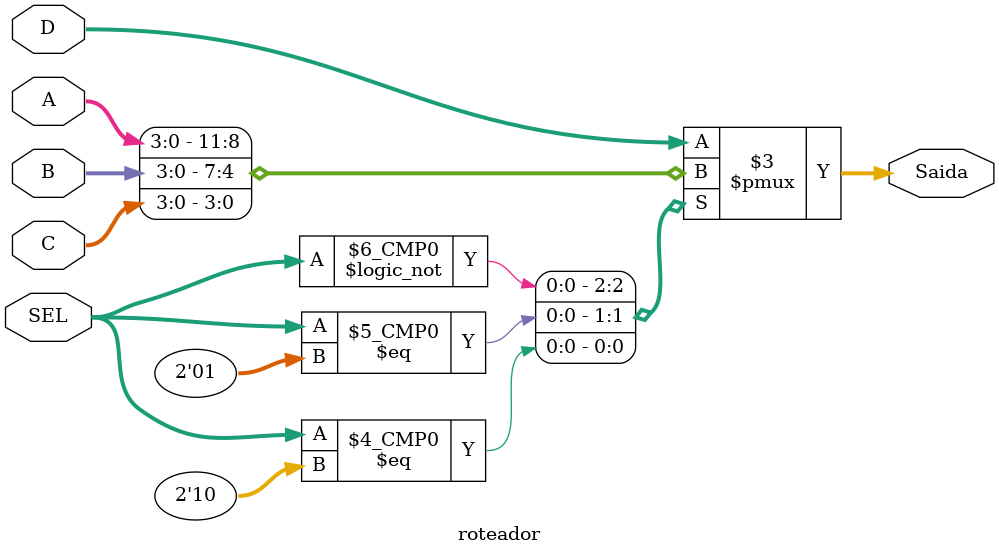
<source format=sv>
/* 
Aluna: Thayane Stheffany Silva Barros - 121110604
Roteiro 2: Problema 2.b (Roteamento)
*/

parameter SEL_BITS = 2;
module roteador (input logic [3:0] A, B, C, D, // Entradas de 4 bits A e B
                 input logic [SEL_BITS-1:0] SEL, // Seleção de qual entrada será transmitida
                 output logic [3:0] Saida  // Saída de 4 bits
                );
  
   always_comb begin
	case(SEL)
  	2'b00: Saida <= A; // Se SEL for 00, transmitir a entrada A
  	2'b01: Saida <= B; // Se SEL for 01, transmitir a entrada B
  	2'b10: Saida <= C; // Se SEL for 10, transmitir a entrada C
  	default: Saida <= D; // Se SEL for 11, transmitir a entrada D
	endcase
  end

endmodule
</source>
